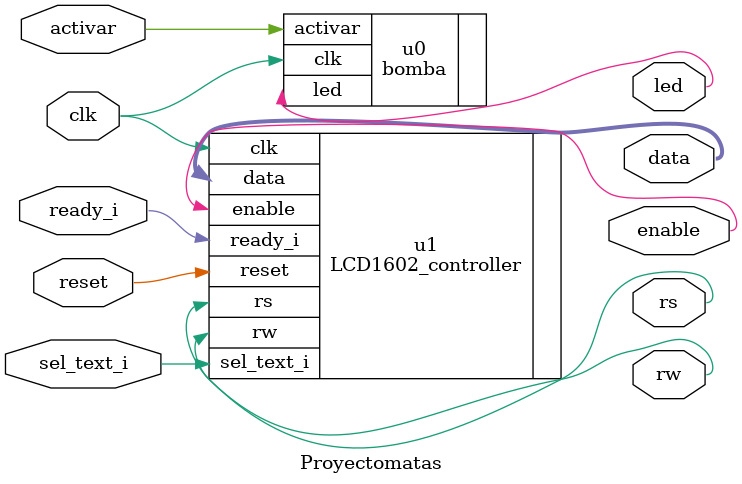
<source format=v>

module Proyectomatas #(
    parameter NUM_COMMANDS = 4, 
    parameter NUM_DATA_ALL = 32,  
    parameter NUM_DATA_PERLINE = 16,
    parameter DATA_BITS = 8,
    parameter COUNT_MAX = 800000
)(
    input  wire clk,            
    input  wire reset,          
    input  wire ready_i,
    input  wire sel_text_i,
    input  wire activar,   

    output wire led,         
    output wire rs,       
    output wire rw,
    output wire enable,    
    output wire [DATA_BITS-1:0] data
);

    // Instancia de la bomba
    bomba u0 (
        .clk(clk), 
        .activar(activar), 
        .led(led)
    );

    // Instancia del controlador LCD
    LCD1602_controller #(
        .NUM_COMMANDS(NUM_COMMANDS),
        .NUM_DATA_ALL(NUM_DATA_ALL),
        .NUM_DATA_PERLINE(NUM_DATA_PERLINE),
        .DATA_BITS(DATA_BITS),
        .COUNT_MAX(COUNT_MAX)
    ) u1 (
        .clk(clk),
        .reset(reset),
        .ready_i(ready_i),
        .sel_text_i(sel_text_i),
        .rs(rs),
        .rw(rw),
        .enable(enable),
        .data(data)
    );

endmodule

</source>
